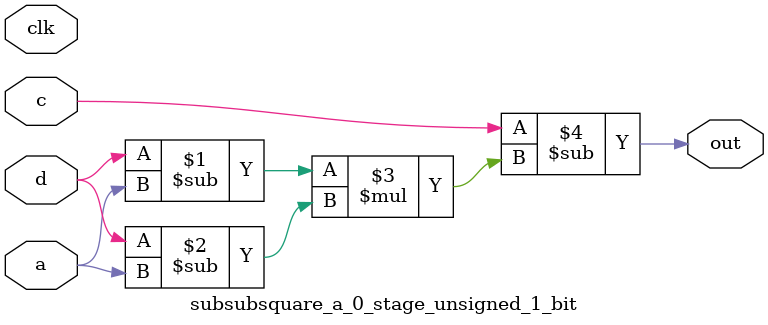
<source format=sv>
(* use_dsp = "yes" *) module subsubsquare_a_0_stage_unsigned_1_bit(
	input  [0:0] a,
	input  [0:0] c,
	input  [0:0] d,
	output [0:0] out,
	input clk);

	assign out = c - ((d - a) * (d - a));
endmodule

</source>
